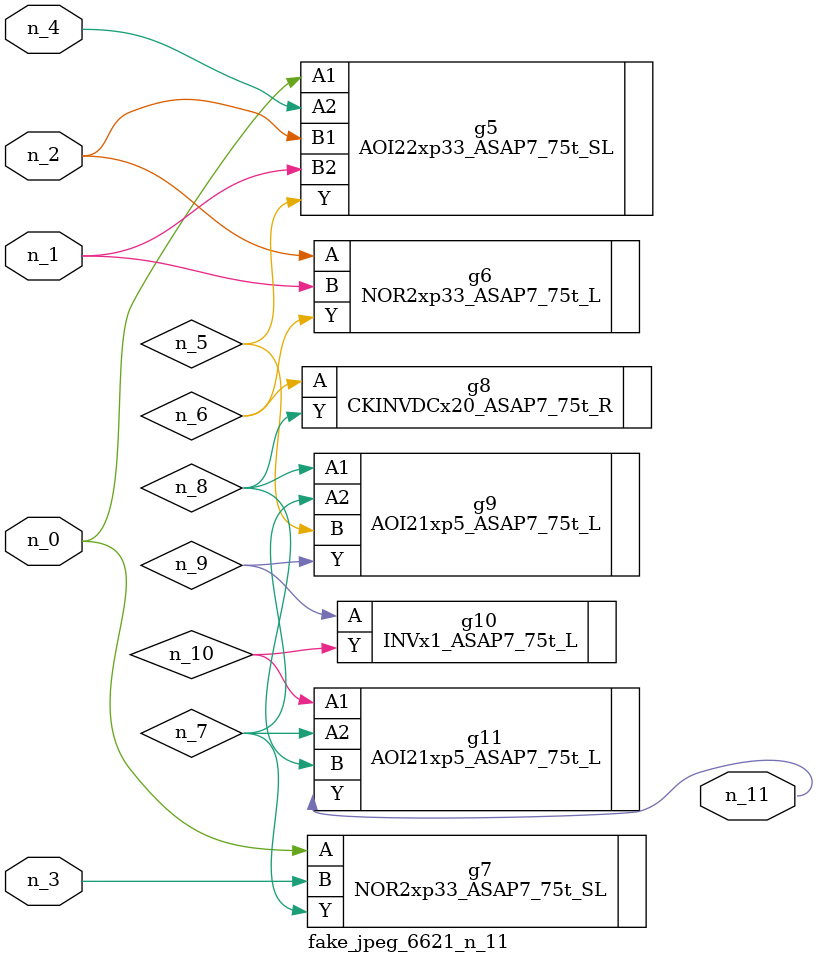
<source format=v>
module fake_jpeg_6621_n_11 (n_3, n_2, n_1, n_0, n_4, n_11);

input n_3;
input n_2;
input n_1;
input n_0;
input n_4;

output n_11;

wire n_10;
wire n_8;
wire n_9;
wire n_6;
wire n_5;
wire n_7;

AOI22xp33_ASAP7_75t_SL g5 ( 
.A1(n_0),
.A2(n_4),
.B1(n_2),
.B2(n_1),
.Y(n_5)
);

NOR2xp33_ASAP7_75t_L g6 ( 
.A(n_2),
.B(n_1),
.Y(n_6)
);

NOR2xp33_ASAP7_75t_SL g7 ( 
.A(n_0),
.B(n_3),
.Y(n_7)
);

CKINVDCx20_ASAP7_75t_R g8 ( 
.A(n_6),
.Y(n_8)
);

AOI21xp5_ASAP7_75t_L g9 ( 
.A1(n_8),
.A2(n_7),
.B(n_5),
.Y(n_9)
);

INVx1_ASAP7_75t_L g10 ( 
.A(n_9),
.Y(n_10)
);

AOI21xp5_ASAP7_75t_L g11 ( 
.A1(n_10),
.A2(n_7),
.B(n_8),
.Y(n_11)
);


endmodule
</source>
